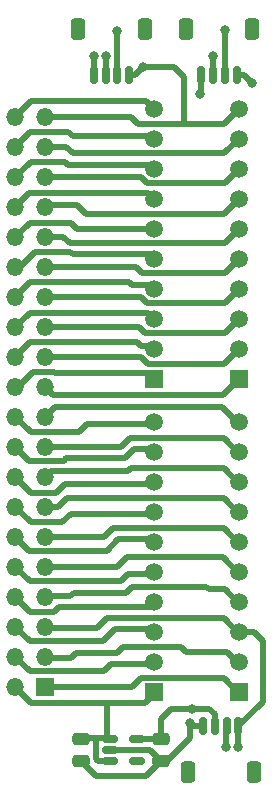
<source format=gbr>
G04 #@! TF.GenerationSoftware,KiCad,Pcbnew,(6.0.0)*
G04 #@! TF.CreationDate,2022-02-24T22:11:55+04:00*
G04 #@! TF.ProjectId,RPi3-screw-terminal-shiel,52506933-2d73-4637-9265-772d7465726d,rev?*
G04 #@! TF.SameCoordinates,Original*
G04 #@! TF.FileFunction,Copper,L1,Top*
G04 #@! TF.FilePolarity,Positive*
%FSLAX46Y46*%
G04 Gerber Fmt 4.6, Leading zero omitted, Abs format (unit mm)*
G04 Created by KiCad (PCBNEW (6.0.0)) date 2022-02-24 22:11:55*
%MOMM*%
%LPD*%
G01*
G04 APERTURE LIST*
G04 Aperture macros list*
%AMRoundRect*
0 Rectangle with rounded corners*
0 $1 Rounding radius*
0 $2 $3 $4 $5 $6 $7 $8 $9 X,Y pos of 4 corners*
0 Add a 4 corners polygon primitive as box body*
4,1,4,$2,$3,$4,$5,$6,$7,$8,$9,$2,$3,0*
0 Add four circle primitives for the rounded corners*
1,1,$1+$1,$2,$3*
1,1,$1+$1,$4,$5*
1,1,$1+$1,$6,$7*
1,1,$1+$1,$8,$9*
0 Add four rect primitives between the rounded corners*
20,1,$1+$1,$2,$3,$4,$5,0*
20,1,$1+$1,$4,$5,$6,$7,0*
20,1,$1+$1,$6,$7,$8,$9,0*
20,1,$1+$1,$8,$9,$2,$3,0*%
G04 Aperture macros list end*
G04 #@! TA.AperFunction,ComponentPad*
%ADD10R,1.500000X1.500000*%
G04 #@! TD*
G04 #@! TA.AperFunction,ComponentPad*
%ADD11C,1.500000*%
G04 #@! TD*
G04 #@! TA.AperFunction,SMDPad,CuDef*
%ADD12RoundRect,0.150000X-0.150000X-0.625000X0.150000X-0.625000X0.150000X0.625000X-0.150000X0.625000X0*%
G04 #@! TD*
G04 #@! TA.AperFunction,SMDPad,CuDef*
%ADD13RoundRect,0.250000X-0.350000X-0.650000X0.350000X-0.650000X0.350000X0.650000X-0.350000X0.650000X0*%
G04 #@! TD*
G04 #@! TA.AperFunction,SMDPad,CuDef*
%ADD14RoundRect,0.250000X-0.475000X0.250000X-0.475000X-0.250000X0.475000X-0.250000X0.475000X0.250000X0*%
G04 #@! TD*
G04 #@! TA.AperFunction,SMDPad,CuDef*
%ADD15RoundRect,0.150000X0.150000X0.625000X-0.150000X0.625000X-0.150000X-0.625000X0.150000X-0.625000X0*%
G04 #@! TD*
G04 #@! TA.AperFunction,SMDPad,CuDef*
%ADD16RoundRect,0.250000X0.350000X0.650000X-0.350000X0.650000X-0.350000X-0.650000X0.350000X-0.650000X0*%
G04 #@! TD*
G04 #@! TA.AperFunction,SMDPad,CuDef*
%ADD17RoundRect,0.150000X-0.512500X-0.150000X0.512500X-0.150000X0.512500X0.150000X-0.512500X0.150000X0*%
G04 #@! TD*
G04 #@! TA.AperFunction,ComponentPad*
%ADD18O,1.500000X1.500000*%
G04 #@! TD*
G04 #@! TA.AperFunction,ViaPad*
%ADD19C,0.800000*%
G04 #@! TD*
G04 #@! TA.AperFunction,Conductor*
%ADD20C,0.500000*%
G04 #@! TD*
G04 #@! TA.AperFunction,Conductor*
%ADD21C,0.250000*%
G04 #@! TD*
G04 APERTURE END LIST*
D10*
G04 #@! TO.P,J3,1,Pin_1*
G04 #@! TO.N,/21*
X109500000Y-65900000D03*
D11*
G04 #@! TO.P,J3,2,Pin_2*
G04 #@! TO.N,/23*
X109500000Y-63360000D03*
G04 #@! TO.P,J3,3,Pin_3*
G04 #@! TO.N,GND*
X109500000Y-60820000D03*
G04 #@! TO.P,J3,4,Pin_4*
G04 #@! TO.N,/27*
X109500000Y-58280000D03*
G04 #@! TO.P,J3,5,Pin_5*
G04 #@! TO.N,/29*
X109500000Y-55740000D03*
G04 #@! TO.P,J3,6,Pin_6*
G04 #@! TO.N,/31*
X109500000Y-53200000D03*
G04 #@! TO.P,J3,7,Pin_7*
G04 #@! TO.N,/33*
X109500000Y-50660000D03*
G04 #@! TO.P,J3,8,Pin_8*
G04 #@! TO.N,/35*
X109500000Y-48120000D03*
G04 #@! TO.P,J3,9,Pin_9*
G04 #@! TO.N,/37*
X109500000Y-45580000D03*
G04 #@! TO.P,J3,10,Pin_10*
G04 #@! TO.N,GND*
X109500000Y-43040000D03*
G04 #@! TD*
D10*
G04 #@! TO.P,J4,1,Pin_1*
G04 #@! TO.N,/2*
X102300000Y-92460000D03*
D11*
G04 #@! TO.P,J4,2,Pin_2*
G04 #@! TO.N,/4*
X102300000Y-89920000D03*
G04 #@! TO.P,J4,3,Pin_3*
G04 #@! TO.N,GND*
X102300000Y-87380000D03*
G04 #@! TO.P,J4,4,Pin_4*
G04 #@! TO.N,/8*
X102300000Y-84840000D03*
G04 #@! TO.P,J4,5,Pin_5*
G04 #@! TO.N,/10*
X102300000Y-82300000D03*
G04 #@! TO.P,J4,6,Pin_6*
G04 #@! TO.N,/12*
X102300000Y-79760000D03*
G04 #@! TO.P,J4,7,Pin_7*
G04 #@! TO.N,GND*
X102300000Y-77220000D03*
G04 #@! TO.P,J4,8,Pin_8*
G04 #@! TO.N,/16*
X102300000Y-74680000D03*
G04 #@! TO.P,J4,9,Pin_9*
G04 #@! TO.N,/18*
X102300000Y-72140000D03*
G04 #@! TO.P,J4,10,Pin_10*
G04 #@! TO.N,GND*
X102300000Y-69600000D03*
G04 #@! TD*
D10*
G04 #@! TO.P,J2,1,Pin_1*
G04 #@! TO.N,/1*
X109500000Y-92460000D03*
D11*
G04 #@! TO.P,J2,2,Pin_2*
G04 #@! TO.N,/3*
X109500000Y-89920000D03*
G04 #@! TO.P,J2,3,Pin_3*
G04 #@! TO.N,/5*
X109500000Y-87380000D03*
G04 #@! TO.P,J2,4,Pin_4*
G04 #@! TO.N,/7*
X109500000Y-84840000D03*
G04 #@! TO.P,J2,5,Pin_5*
G04 #@! TO.N,GND*
X109500000Y-82300000D03*
G04 #@! TO.P,J2,6,Pin_6*
G04 #@! TO.N,/11*
X109500000Y-79760000D03*
G04 #@! TO.P,J2,7,Pin_7*
G04 #@! TO.N,/13*
X109500000Y-77220000D03*
G04 #@! TO.P,J2,8,Pin_8*
G04 #@! TO.N,/15*
X109500000Y-74680000D03*
G04 #@! TO.P,J2,9,Pin_9*
G04 #@! TO.N,/17*
X109500000Y-72140000D03*
G04 #@! TO.P,J2,10,Pin_10*
G04 #@! TO.N,/19*
X109500000Y-69600000D03*
G04 #@! TD*
D12*
G04 #@! TO.P,J8,1,Pin_1*
G04 #@! TO.N,GND*
X106450000Y-95350000D03*
G04 #@! TO.P,J8,2,Pin_2*
G04 #@! TO.N,+3V3*
X107450000Y-95350000D03*
G04 #@! TO.P,J8,3,Pin_3*
G04 #@! TO.N,/3*
X108450000Y-95350000D03*
G04 #@! TO.P,J8,4,Pin_4*
G04 #@! TO.N,/5*
X109450000Y-95350000D03*
D13*
G04 #@! TO.P,J8,MP*
G04 #@! TO.N,N/C*
X110750000Y-99225000D03*
X105150000Y-99225000D03*
G04 #@! TD*
D14*
G04 #@! TO.P,C2,1*
G04 #@! TO.N,+3V3*
X102870000Y-96400000D03*
G04 #@! TO.P,C2,2*
G04 #@! TO.N,GND*
X102870000Y-98300000D03*
G04 #@! TD*
D15*
G04 #@! TO.P,J6,1,Pin_1*
G04 #@! TO.N,GND*
X100200000Y-40200000D03*
G04 #@! TO.P,J6,2,Pin_2*
G04 #@! TO.N,+3V3*
X99200000Y-40200000D03*
G04 #@! TO.P,J6,3,Pin_3*
G04 #@! TO.N,/3*
X98200000Y-40200000D03*
G04 #@! TO.P,J6,4,Pin_4*
G04 #@! TO.N,/5*
X97200000Y-40200000D03*
D16*
G04 #@! TO.P,J6,MP*
G04 #@! TO.N,N/C*
X95900000Y-36325000D03*
X101500000Y-36325000D03*
G04 #@! TD*
D15*
G04 #@! TO.P,J7,1,Pin_1*
G04 #@! TO.N,GND*
X109300000Y-40200000D03*
G04 #@! TO.P,J7,2,Pin_2*
G04 #@! TO.N,+3V3*
X108300000Y-40200000D03*
G04 #@! TO.P,J7,3,Pin_3*
G04 #@! TO.N,/3*
X107300000Y-40200000D03*
G04 #@! TO.P,J7,4,Pin_4*
G04 #@! TO.N,/5*
X106300000Y-40200000D03*
D16*
G04 #@! TO.P,J7,MP*
G04 #@! TO.N,N/C*
X105000000Y-36325000D03*
X110600000Y-36325000D03*
G04 #@! TD*
D14*
G04 #@! TO.P,C1,1*
G04 #@! TO.N,/2*
X96130000Y-96400000D03*
G04 #@! TO.P,C1,2*
G04 #@! TO.N,GND*
X96130000Y-98300000D03*
G04 #@! TD*
D17*
G04 #@! TO.P,U1,1,VIN*
G04 #@! TO.N,/2*
X98592500Y-96400000D03*
G04 #@! TO.P,U1,2,GND*
G04 #@! TO.N,GND*
X98592500Y-97350000D03*
G04 #@! TO.P,U1,3,EN*
G04 #@! TO.N,/2*
X98592500Y-98300000D03*
G04 #@! TO.P,U1,4,NC*
G04 #@! TO.N,unconnected-(U1-Pad4)*
X100867500Y-98300000D03*
G04 #@! TO.P,U1,5,VOUT*
G04 #@! TO.N,+3V3*
X100867500Y-96400000D03*
G04 #@! TD*
D10*
G04 #@! TO.P,J5,1,Pin_1*
G04 #@! TO.N,/22*
X102300000Y-65900000D03*
D11*
G04 #@! TO.P,J5,2,Pin_2*
G04 #@! TO.N,/24*
X102300000Y-63360000D03*
G04 #@! TO.P,J5,3,Pin_3*
G04 #@! TO.N,/26*
X102300000Y-60820000D03*
G04 #@! TO.P,J5,4,Pin_4*
G04 #@! TO.N,/28*
X102300000Y-58280000D03*
G04 #@! TO.P,J5,5,Pin_5*
G04 #@! TO.N,GND*
X102300000Y-55740000D03*
G04 #@! TO.P,J5,6,Pin_6*
G04 #@! TO.N,/32*
X102300000Y-53200000D03*
G04 #@! TO.P,J5,7,Pin_7*
G04 #@! TO.N,GND*
X102300000Y-50660000D03*
G04 #@! TO.P,J5,8,Pin_8*
G04 #@! TO.N,/36*
X102300000Y-48120000D03*
G04 #@! TO.P,J5,9,Pin_9*
G04 #@! TO.N,/38*
X102300000Y-45580000D03*
G04 #@! TO.P,J5,10,Pin_10*
G04 #@! TO.N,/40*
X102300000Y-43040000D03*
G04 #@! TD*
D10*
G04 #@! TO.P,J1,1,3V3*
G04 #@! TO.N,/1*
X93100000Y-92000000D03*
D18*
G04 #@! TO.P,J1,2,5V*
G04 #@! TO.N,/2*
X90560000Y-92000000D03*
G04 #@! TO.P,J1,3,SDA/GPIO2*
G04 #@! TO.N,/3*
X93100000Y-89460000D03*
G04 #@! TO.P,J1,4,5V*
G04 #@! TO.N,/4*
X90560000Y-89460000D03*
G04 #@! TO.P,J1,5,SCL/GPIO3*
G04 #@! TO.N,/5*
X93100000Y-86920000D03*
G04 #@! TO.P,J1,6,GND*
G04 #@! TO.N,GND*
X90560000Y-86920000D03*
G04 #@! TO.P,J1,7,GCLK0/GPIO4*
G04 #@! TO.N,/7*
X93100000Y-84380000D03*
G04 #@! TO.P,J1,8,GPIO14/TXD*
G04 #@! TO.N,/8*
X90560000Y-84380000D03*
G04 #@! TO.P,J1,9,GND*
G04 #@! TO.N,GND*
X93100000Y-81840000D03*
G04 #@! TO.P,J1,10,GPIO15/RXD*
G04 #@! TO.N,/10*
X90560000Y-81840000D03*
G04 #@! TO.P,J1,11,GPIO17*
G04 #@! TO.N,/11*
X93100000Y-79300000D03*
G04 #@! TO.P,J1,12,GPIO18/PWM0*
G04 #@! TO.N,/12*
X90560000Y-79300000D03*
G04 #@! TO.P,J1,13,GPIO27*
G04 #@! TO.N,/13*
X93100000Y-76760000D03*
G04 #@! TO.P,J1,14,GND*
G04 #@! TO.N,GND*
X90560000Y-76760000D03*
G04 #@! TO.P,J1,15,GPIO22*
G04 #@! TO.N,/15*
X93100000Y-74220000D03*
G04 #@! TO.P,J1,16,GPIO23*
G04 #@! TO.N,/16*
X90560000Y-74220000D03*
G04 #@! TO.P,J1,17,3V3*
G04 #@! TO.N,/17*
X93100000Y-71680000D03*
G04 #@! TO.P,J1,18,GPIO24*
G04 #@! TO.N,/18*
X90560000Y-71680000D03*
G04 #@! TO.P,J1,19,MOSI0/GPIO10*
G04 #@! TO.N,/19*
X93100000Y-69140000D03*
G04 #@! TO.P,J1,20,GND*
G04 #@! TO.N,GND*
X90560000Y-69140000D03*
G04 #@! TO.P,J1,21,MISO0/GPIO9*
G04 #@! TO.N,/21*
X93100000Y-66600000D03*
G04 #@! TO.P,J1,22,GPIO25*
G04 #@! TO.N,/22*
X90560000Y-66600000D03*
G04 #@! TO.P,J1,23,SCLK0/GPIO11*
G04 #@! TO.N,/23*
X93100000Y-64060000D03*
G04 #@! TO.P,J1,24,~{CE0}/GPIO8*
G04 #@! TO.N,/24*
X90560000Y-64060000D03*
G04 #@! TO.P,J1,25,GND*
G04 #@! TO.N,GND*
X93100000Y-61520000D03*
G04 #@! TO.P,J1,26,~{CE1}/GPIO7*
G04 #@! TO.N,/26*
X90560000Y-61520000D03*
G04 #@! TO.P,J1,27,ID_SD/GPIO0*
G04 #@! TO.N,/27*
X93100000Y-58980000D03*
G04 #@! TO.P,J1,28,ID_SC/GPIO1*
G04 #@! TO.N,/28*
X90560000Y-58980000D03*
G04 #@! TO.P,J1,29,GCLK1/GPIO5*
G04 #@! TO.N,/29*
X93100000Y-56440000D03*
G04 #@! TO.P,J1,30,GND*
G04 #@! TO.N,GND*
X90560000Y-56440000D03*
G04 #@! TO.P,J1,31,GCLK2/GPIO6*
G04 #@! TO.N,/31*
X93100000Y-53900000D03*
G04 #@! TO.P,J1,32,PWM0/GPIO12*
G04 #@! TO.N,/32*
X90560000Y-53900000D03*
G04 #@! TO.P,J1,33,PWM1/GPIO13*
G04 #@! TO.N,/33*
X93100000Y-51360000D03*
G04 #@! TO.P,J1,34,GND*
G04 #@! TO.N,GND*
X90560000Y-51360000D03*
G04 #@! TO.P,J1,35,GPIO19/MISO1*
G04 #@! TO.N,/35*
X93100000Y-48820000D03*
G04 #@! TO.P,J1,36,GPIO16*
G04 #@! TO.N,/36*
X90560000Y-48820000D03*
G04 #@! TO.P,J1,37,GPIO26*
G04 #@! TO.N,/37*
X93100000Y-46280000D03*
G04 #@! TO.P,J1,38,GPIO20/MOSI1*
G04 #@! TO.N,/38*
X90560000Y-46280000D03*
G04 #@! TO.P,J1,39,GND*
G04 #@! TO.N,GND*
X93100000Y-43740000D03*
G04 #@! TO.P,J1,40,GPIO21/SCLK1*
G04 #@! TO.N,/40*
X90560000Y-43740000D03*
G04 #@! TD*
D19*
G04 #@! TO.N,GND*
X105350000Y-95020000D03*
X110600000Y-40850000D03*
X101350000Y-39500000D03*
G04 #@! TO.N,+3V3*
X99200000Y-36450000D03*
X108300000Y-36400000D03*
X105480000Y-93830000D03*
G04 #@! TO.N,/3*
X108420000Y-97050000D03*
X107300000Y-38600000D03*
X98200000Y-38600000D03*
G04 #@! TO.N,/5*
X106200000Y-41800000D03*
X109450000Y-97050000D03*
X97200000Y-38600000D03*
G04 #@! TD*
D20*
G04 #@! TO.N,/40*
X101660000Y-42400000D02*
X102300000Y-43040000D01*
X91900000Y-42400000D02*
X101660000Y-42400000D01*
X90560000Y-43740000D02*
X91900000Y-42400000D01*
G04 #@! TO.N,/26*
X102300000Y-60820000D02*
X101824999Y-60344999D01*
X91780000Y-60300000D02*
X101780000Y-60300000D01*
X101780000Y-60300000D02*
X102300000Y-60820000D01*
X90560000Y-61520000D02*
X91780000Y-60300000D01*
G04 #@! TO.N,/22*
X90770000Y-66600000D02*
X92040000Y-65330000D01*
X93820000Y-65330000D02*
X93914999Y-65424999D01*
X93914999Y-65424999D02*
X101824999Y-65424999D01*
D21*
X101824999Y-65424999D02*
X102300000Y-65900000D01*
D20*
X90560000Y-66600000D02*
X90770000Y-66600000D01*
X92040000Y-65330000D02*
X93820000Y-65330000D01*
G04 #@! TO.N,/21*
X108150000Y-67250000D02*
X109500000Y-65900000D01*
X93750000Y-67250000D02*
X108150000Y-67250000D01*
X93100000Y-66600000D02*
X93750000Y-67250000D01*
G04 #@! TO.N,/29*
X100740000Y-56440000D02*
X101265001Y-56965001D01*
X93100000Y-56440000D02*
X100740000Y-56440000D01*
X108274999Y-56965001D02*
X109500000Y-55740000D01*
X101265001Y-56965001D02*
X108274999Y-56965001D01*
G04 #@! TO.N,/8*
X90560000Y-84380000D02*
X91830000Y-85650000D01*
X91830000Y-85650000D02*
X93840035Y-85650000D01*
X93840035Y-85650000D02*
X94290035Y-85200000D01*
X94290035Y-85200000D02*
X102040000Y-85200000D01*
X102040000Y-85200000D02*
X102300000Y-84940000D01*
G04 #@! TO.N,/7*
X102876002Y-83500000D02*
X106710000Y-83500000D01*
X108274999Y-83714999D02*
X109500000Y-84940000D01*
X100400000Y-83500000D02*
X102360000Y-83500000D01*
X106924999Y-83714999D02*
X108274999Y-83714999D01*
X95210000Y-84320000D02*
X95520000Y-84010000D01*
X93100000Y-84380000D02*
X93160000Y-84320000D01*
X102360000Y-83500000D02*
X102876002Y-83500000D01*
X99890000Y-84010000D02*
X100400000Y-83500000D01*
X93160000Y-84320000D02*
X95210000Y-84320000D01*
X95520000Y-84010000D02*
X99890000Y-84010000D01*
X106710000Y-83500000D02*
X106924999Y-83714999D01*
G04 #@! TO.N,/32*
X93676001Y-52699999D02*
X93701001Y-52724999D01*
X102260000Y-53240000D02*
X102300000Y-53200000D01*
X91760001Y-52699999D02*
X93676001Y-52699999D01*
X90560000Y-53900000D02*
X91760001Y-52699999D01*
X95274999Y-52724999D02*
X95790000Y-53240000D01*
D21*
X101824999Y-52724999D02*
X102300000Y-53200000D01*
D20*
X95790000Y-53240000D02*
X102260000Y-53240000D01*
X93701001Y-52724999D02*
X95274999Y-52724999D01*
G04 #@! TO.N,/31*
X95155001Y-54425001D02*
X108274999Y-54425001D01*
X93100000Y-53900000D02*
X93110000Y-53890000D01*
X94620000Y-53890000D02*
X95155001Y-54425001D01*
X93110000Y-53890000D02*
X94620000Y-53890000D01*
X108274999Y-54425001D02*
X109500000Y-53200000D01*
G04 #@! TO.N,/18*
X94890000Y-72630000D02*
X99810000Y-72630000D01*
X99810000Y-72630000D02*
X100600000Y-71840000D01*
X94639999Y-72880001D02*
X94890000Y-72630000D01*
X92498999Y-72855001D02*
X92523999Y-72880001D01*
X91735001Y-72855001D02*
X92498999Y-72855001D01*
X92523999Y-72880001D02*
X94639999Y-72880001D01*
X101900000Y-71840000D02*
X102300000Y-72240000D01*
X100600000Y-71840000D02*
X101900000Y-71840000D01*
X90560000Y-71680000D02*
X91735001Y-72855001D01*
G04 #@! TO.N,/17*
X93100000Y-71680000D02*
X99500000Y-71680000D01*
X99500000Y-71680000D02*
X100240001Y-70939999D01*
X100240001Y-70939999D02*
X108199999Y-70939999D01*
X108199999Y-70939999D02*
X109500000Y-72240000D01*
G04 #@! TO.N,/36*
X91860001Y-47519999D02*
X94739999Y-47519999D01*
X102000000Y-47820000D02*
X102300000Y-48120000D01*
X90560000Y-48820000D02*
X91860001Y-47519999D01*
X95040000Y-47820000D02*
X102000000Y-47820000D01*
X94739999Y-47519999D02*
X95040000Y-47820000D01*
G04 #@! TO.N,/35*
X101186998Y-48820000D02*
X101711999Y-49345001D01*
X93100000Y-48820000D02*
X101186998Y-48820000D01*
X108274999Y-49345001D02*
X109500000Y-48120000D01*
X101711999Y-49345001D02*
X108274999Y-49345001D01*
G04 #@! TO.N,/33*
X93100000Y-51360000D02*
X93260000Y-51200000D01*
X96574999Y-51974999D02*
X108185001Y-51974999D01*
X93260000Y-51200000D02*
X95800000Y-51200000D01*
X95800000Y-51200000D02*
X96574999Y-51974999D01*
X108185001Y-51974999D02*
X109500000Y-50660000D01*
G04 #@! TO.N,/38*
X102090000Y-45370000D02*
X102300000Y-45580000D01*
X95050000Y-45020000D02*
X95400000Y-45370000D01*
X91820000Y-45020000D02*
X95050000Y-45020000D01*
X90560000Y-46280000D02*
X91820000Y-45020000D01*
X95400000Y-45370000D02*
X102090000Y-45370000D01*
D21*
X101824999Y-45104999D02*
X102300000Y-45580000D01*
D20*
G04 #@! TO.N,/37*
X93130000Y-46250000D02*
X94850000Y-46250000D01*
X93100000Y-46280000D02*
X93130000Y-46250000D01*
X94850000Y-46250000D02*
X95419988Y-46819988D01*
X95419988Y-46819988D02*
X108260012Y-46819988D01*
X108260012Y-46819988D02*
X109500000Y-45580000D01*
G04 #@! TO.N,/19*
X93949999Y-68290001D02*
X108090001Y-68290001D01*
X108090001Y-68290001D02*
X109500000Y-69700000D01*
X93100000Y-69140000D02*
X93949999Y-68290001D01*
G04 #@! TO.N,/10*
X90560000Y-81840000D02*
X91760001Y-83040001D01*
X94180034Y-83040001D02*
X94205047Y-83014988D01*
X91760001Y-83040001D02*
X94180034Y-83040001D01*
X94205047Y-83014988D02*
X99515012Y-83014988D01*
X99515012Y-83014988D02*
X100130000Y-82400000D01*
X100130000Y-82400000D02*
X102300000Y-82400000D01*
G04 #@! TO.N,/13*
X93100000Y-76760000D02*
X94160660Y-76760000D01*
X108199999Y-76019999D02*
X109500000Y-77320000D01*
X94160660Y-76760000D02*
X94900661Y-76019999D01*
X94900661Y-76019999D02*
X108199999Y-76019999D01*
G04 #@! TO.N,/28*
X102020000Y-58000000D02*
X102300000Y-58280000D01*
X100140000Y-57740000D02*
X100400000Y-58000000D01*
X100400000Y-58000000D02*
X102020000Y-58000000D01*
X91800000Y-57740000D02*
X100140000Y-57740000D01*
X90560000Y-58980000D02*
X91800000Y-57740000D01*
G04 #@! TO.N,/27*
X101186998Y-58980000D02*
X101711999Y-59505001D01*
X108274999Y-59505001D02*
X109500000Y-58280000D01*
X93100000Y-58980000D02*
X101186998Y-58980000D01*
X101711999Y-59505001D02*
X104684999Y-59505001D01*
X104684999Y-59505001D02*
X108274999Y-59505001D01*
G04 #@! TO.N,/12*
X93676001Y-80500001D02*
X93696002Y-80480000D01*
X99260000Y-79500000D02*
X101940000Y-79500000D01*
X98280000Y-80480000D02*
X99260000Y-79500000D01*
X92523999Y-80500001D02*
X93676001Y-80500001D01*
X101940000Y-79500000D02*
X102300000Y-79860000D01*
X91740000Y-80480000D02*
X92503998Y-80480000D01*
X92503998Y-80480000D02*
X92523999Y-80500001D01*
X90560000Y-79300000D02*
X91740000Y-80480000D01*
X93696002Y-80480000D02*
X98280000Y-80480000D01*
G04 #@! TO.N,/11*
X98100000Y-79300000D02*
X98840001Y-78559999D01*
X108199999Y-78559999D02*
X109500000Y-79860000D01*
X93100000Y-79300000D02*
X98100000Y-79300000D01*
X98840001Y-78559999D02*
X108199999Y-78559999D01*
G04 #@! TO.N,/24*
X90560000Y-64060000D02*
X91830000Y-62790000D01*
X100880000Y-62790000D02*
X101190000Y-63100000D01*
X102040000Y-63100000D02*
X102300000Y-63360000D01*
X91830000Y-62790000D02*
X100880000Y-62790000D01*
X101190000Y-63100000D02*
X102040000Y-63100000D01*
G04 #@! TO.N,/23*
X101786998Y-64660000D02*
X108200000Y-64660000D01*
X93100000Y-64060000D02*
X101186998Y-64060000D01*
X108200000Y-64660000D02*
X109500000Y-63360000D01*
X101186998Y-64060000D02*
X101786998Y-64660000D01*
G04 #@! TO.N,/1*
X108199999Y-91259999D02*
X109500000Y-92560000D01*
X93100000Y-92000000D02*
X100449998Y-92000000D01*
X100449998Y-92000000D02*
X101189999Y-91259999D01*
X101189999Y-91259999D02*
X108199999Y-91259999D01*
G04 #@! TO.N,/2*
X90560000Y-92000000D02*
X91890000Y-93330000D01*
X98340000Y-93330000D02*
X101530000Y-93330000D01*
X96590000Y-96360000D02*
X97420000Y-96360000D01*
X97590000Y-98300000D02*
X98592500Y-98300000D01*
X97410000Y-96370000D02*
X97410000Y-98120000D01*
X91890000Y-93330000D02*
X98340000Y-93330000D01*
X98340000Y-93330000D02*
X98340000Y-96147500D01*
X97420000Y-96360000D02*
X97410000Y-96370000D01*
X98340000Y-96147500D02*
X98592500Y-96400000D01*
X101530000Y-93330000D02*
X102300000Y-92560000D01*
X97410000Y-98120000D02*
X97590000Y-98300000D01*
X97420000Y-96360000D02*
X98340000Y-96360000D01*
G04 #@! TO.N,/4*
X91770000Y-90670000D02*
X98090000Y-90670000D01*
X98090000Y-90670000D02*
X98700000Y-90060000D01*
X90560000Y-89460000D02*
X91770000Y-90670000D01*
X102260000Y-90060000D02*
X102300000Y-90020000D01*
X98700000Y-90060000D02*
X102260000Y-90060000D01*
G04 #@! TO.N,/16*
X91880000Y-75540000D02*
X94000000Y-75540000D01*
X94760000Y-74780000D02*
X102300000Y-74780000D01*
X90560000Y-74220000D02*
X91880000Y-75540000D01*
X94000000Y-75540000D02*
X94760000Y-74780000D01*
G04 #@! TO.N,/15*
X100100000Y-73750000D02*
X100370001Y-73479999D01*
X100370001Y-73479999D02*
X108199999Y-73479999D01*
X93570000Y-73750000D02*
X100100000Y-73750000D01*
X108199999Y-73479999D02*
X109500000Y-74780000D01*
X93100000Y-74220000D02*
X93570000Y-73750000D01*
G04 #@! TO.N,GND*
X105680000Y-95350000D02*
X106450000Y-95350000D01*
X95950000Y-70430000D02*
X96660000Y-69720000D01*
X90950000Y-56440000D02*
X92250001Y-55139999D01*
X100930000Y-44350000D02*
X104800000Y-44350000D01*
X90560000Y-69140000D02*
X91850000Y-70430000D01*
X100000000Y-81010000D02*
X108110000Y-81010000D01*
X102280000Y-69720000D02*
X102300000Y-69700000D01*
X110600000Y-40850000D02*
X109950000Y-40200000D01*
X105350000Y-96340000D02*
X103390000Y-98300000D01*
X91790000Y-88150000D02*
X98010000Y-88150000D01*
X109950000Y-40200000D02*
X109300000Y-40200000D01*
X100320000Y-43740000D02*
X100930000Y-44350000D01*
X101920000Y-55360000D02*
X102300000Y-55740000D01*
X93100000Y-81840000D02*
X99170000Y-81840000D01*
X101350000Y-39500000D02*
X100650000Y-40200000D01*
X99030000Y-87130000D02*
X101950000Y-87130000D01*
X100990000Y-61520000D02*
X101515001Y-62045001D01*
X91870000Y-78070000D02*
X94490000Y-78070000D01*
D21*
X101824999Y-50184999D02*
X102300000Y-50660000D01*
D20*
X101350000Y-39500000D02*
X103950000Y-39500000D01*
X104800000Y-44350000D02*
X108190000Y-44350000D01*
X108110000Y-81010000D02*
X109500000Y-82400000D01*
X104800000Y-40350000D02*
X104800000Y-44350000D01*
X95209999Y-55139999D02*
X95430000Y-55360000D01*
X90560000Y-56440000D02*
X90950000Y-56440000D01*
X103950000Y-39500000D02*
X104800000Y-40350000D01*
X108190000Y-44350000D02*
X109500000Y-43040000D01*
X90560000Y-86920000D02*
X91790000Y-88150000D01*
X101950000Y-87130000D02*
X102300000Y-87480000D01*
X98592500Y-97350000D02*
X101920000Y-97350000D01*
X94490000Y-78070000D02*
X95240000Y-77320000D01*
X91735001Y-50184999D02*
X101824999Y-50184999D01*
X95240000Y-77320000D02*
X102300000Y-77320000D01*
X101920000Y-97350000D02*
X102870000Y-98300000D01*
X90560000Y-76760000D02*
X91870000Y-78070000D01*
X108274999Y-62045001D02*
X109500000Y-60820000D01*
D21*
X101824999Y-55264999D02*
X102300000Y-55740000D01*
D20*
X91850000Y-70430000D02*
X95950000Y-70430000D01*
X105350000Y-95020000D02*
X105680000Y-95350000D01*
X98010000Y-88150000D02*
X99030000Y-87130000D01*
X93100000Y-61520000D02*
X100990000Y-61520000D01*
X101620000Y-99550000D02*
X102870000Y-98300000D01*
X97380000Y-99550000D02*
X101620000Y-99550000D01*
X96660000Y-69720000D02*
X102280000Y-69720000D01*
X105350000Y-95020000D02*
X105350000Y-96340000D01*
X96130000Y-98300000D02*
X97380000Y-99550000D01*
X100650000Y-40200000D02*
X100200000Y-40200000D01*
X90560000Y-51360000D02*
X91735001Y-50184999D01*
X103390000Y-98300000D02*
X102870000Y-98300000D01*
X92250001Y-55139999D02*
X95209999Y-55139999D01*
X95430000Y-55360000D02*
X101920000Y-55360000D01*
X99170000Y-81840000D02*
X100000000Y-81010000D01*
X101515001Y-62045001D02*
X108274999Y-62045001D01*
X93100000Y-43740000D02*
X100320000Y-43740000D01*
G04 #@! TO.N,+3V3*
X106980000Y-93830000D02*
X107450000Y-94300000D01*
X107450000Y-94300000D02*
X107450000Y-95350000D01*
X99200000Y-36450000D02*
X99200000Y-40200000D01*
X105480000Y-93830000D02*
X106980000Y-93830000D01*
X102870000Y-94690000D02*
X102870000Y-96400000D01*
X108300000Y-36400000D02*
X108300000Y-40200000D01*
X105480000Y-93830000D02*
X103730000Y-93830000D01*
X103730000Y-93830000D02*
X102870000Y-94690000D01*
X102870000Y-96400000D02*
X100867500Y-96400000D01*
G04 #@! TO.N,/3*
X108420000Y-97050000D02*
X108420000Y-95380000D01*
X93220000Y-89580000D02*
X95260000Y-89580000D01*
X107300000Y-40200000D02*
X107300000Y-38600000D01*
X104610000Y-88640000D02*
X104980000Y-89010000D01*
X99700000Y-88640000D02*
X104610000Y-88640000D01*
X99200000Y-89140000D02*
X99700000Y-88640000D01*
X108490000Y-89010000D02*
X109500000Y-90020000D01*
X95260000Y-89580000D02*
X95700000Y-89140000D01*
X98200000Y-38600000D02*
X98200000Y-40200000D01*
X93100000Y-89460000D02*
X93220000Y-89580000D01*
X95700000Y-89140000D02*
X99200000Y-89140000D01*
X108420000Y-95380000D02*
X108450000Y-95350000D01*
X104980000Y-89010000D02*
X108490000Y-89010000D01*
G04 #@! TO.N,/5*
X109420000Y-97020000D02*
X109420000Y-96585000D01*
X93100000Y-86920000D02*
X93230000Y-87050000D01*
X109450000Y-95350000D02*
X111530000Y-93270000D01*
X98330001Y-86179999D02*
X108199999Y-86179999D01*
X93230000Y-87050000D02*
X97460000Y-87050000D01*
X106300000Y-40200000D02*
X106300000Y-41700000D01*
X111530000Y-93270000D02*
X111530000Y-88130000D01*
X109450000Y-97050000D02*
X109420000Y-97020000D01*
X109450000Y-97050000D02*
X109450000Y-95350000D01*
X111530000Y-88130000D02*
X110780000Y-87380000D01*
X97200000Y-38600000D02*
X97200000Y-40200000D01*
X106300000Y-41700000D02*
X106200000Y-41800000D01*
X108199999Y-86179999D02*
X108274999Y-86254999D01*
X108274999Y-86254999D02*
X109500000Y-87480000D01*
X97460000Y-87050000D02*
X98330001Y-86179999D01*
X110780000Y-87380000D02*
X109500000Y-87380000D01*
G04 #@! TD*
M02*

</source>
